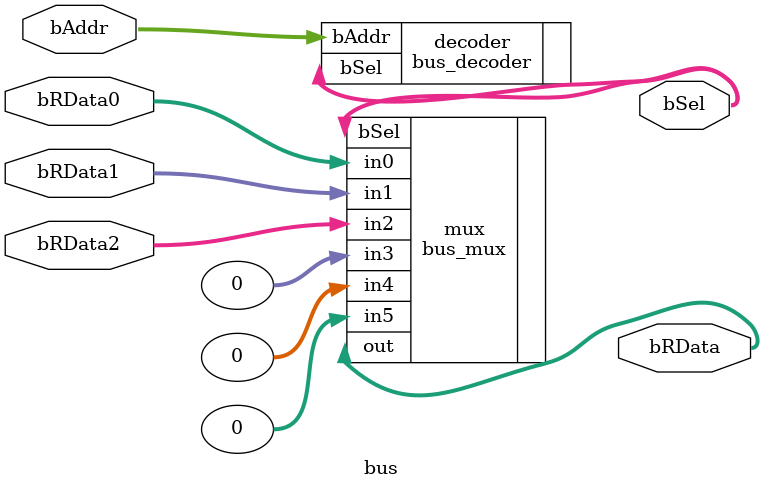
<source format=v>
module bus
(
	input [31:0] bAddr,
	input [31:0] bRData0,
	input [31:0] bRData1,
	input [31:0] bRData2,
	output [31:0] bRData,
	output [5:0] bSel
);
bus_decoder decoder
(
	.bAddr ( bAddr ),
	.bSel ( bSel )
);
bus_mux mux
(
	.bSel ( bSel ),
	.out ( bRData ),
	.in0 ( bRData0 ),
	.in1 ( bRData1 ),
	.in2 ( bRData2 ),
	.in3 ( 32'b0 ),
	.in4 ( 32'b0 ),
	.in5 ( 32'b0 )
); 
endmodule

</source>
